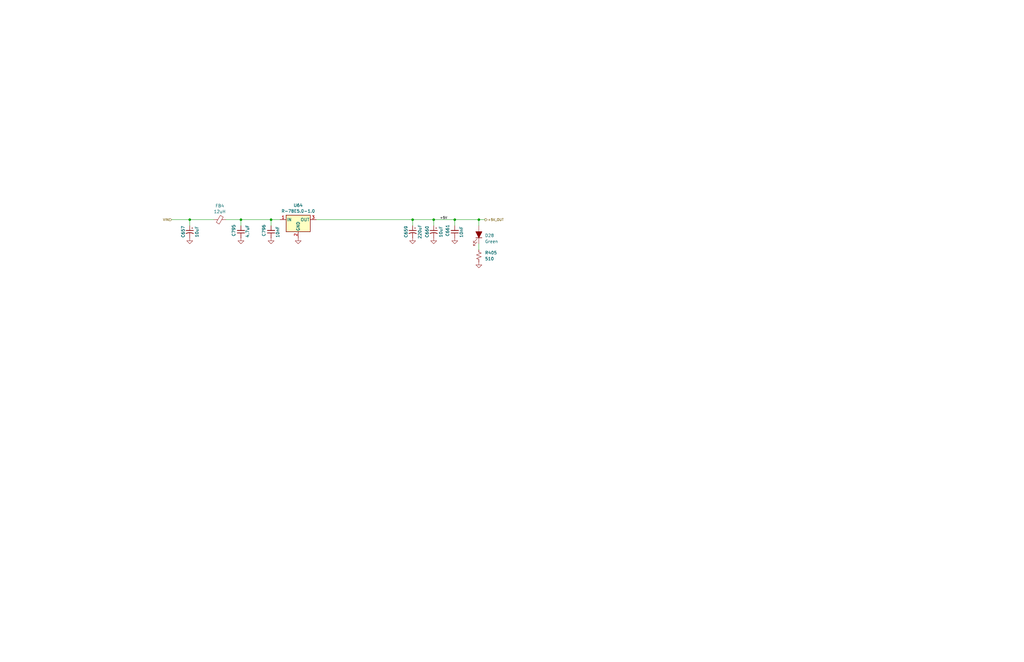
<source format=kicad_sch>
(kicad_sch (version 20250114) (generator "eeschema") (generator_version "9.0")
  (paper "B")
  (lib_symbols
    (symbol "Device:C_Polarized_Small_US" (pin_numbers (hide yes)) (pin_names (offset 0.254) (hide yes))
      (property "Reference" "C" (at 0.254 1.778 0))
      (property "Value" "C_Polarized_Small_US" (at 0.254 -2.032 0))
      (symbol "C_Polarized_Small_US_0_1"
        (polyline (pts (xy -1.524 0.508) (xy 1.524 0.508)) (stroke (width 0.3048)))
        (polyline (pts (xy -1.27 1.524) (xy -0.762 1.524)))
        (polyline (pts (xy -1.016 1.27) (xy -1.016 1.778)))
        (arc (start -1.524 -0.762) (mid 0 -0.3734) (end 1.524 -0.762) (stroke (width 0.3048)))
      )
      (symbol "C_Polarized_Small_US_1_1"
        (pin passive line (at 0 2.54 270) (length 2.032) (name "~") (number "1"))
        (pin passive line (at 0 -2.54 90) (length 2.032) (name "~") (number "2"))
      )
    )
    (symbol "Device:C_Small" (pin_numbers (hide yes)) (pin_names (offset 0.254) (hide yes))
      (property "Reference" "C" (at 0.254 1.778 0))
      (property "Value" "C_Small" (at 0.254 -2.032 0))
      (symbol "C_Small_0_1"
        (polyline (pts (xy -1.524 0.508) (xy 1.524 0.508)) (stroke (width 0.3048)))
        (polyline (pts (xy -1.524 -0.508) (xy 1.524 -0.508)) (stroke (width 0.3302)))
      )
      (symbol "C_Small_1_1"
        (pin passive line (at 0 2.54 270) (length 2.032) (name "~") (number "1"))
        (pin passive line (at 0 -2.54 90) (length 2.032) (name "~") (number "2"))
      )
    )
    (symbol "Device:FerriteBead_Small" (pin_numbers (hide yes)) (pin_names (offset 0))
      (property "Reference" "FB" (at 1.905 1.27 0))
      (property "Value" "FerriteBead_Small" (at 1.905 -1.27 0))
      (symbol "FerriteBead_Small_0_1"
        (polyline (pts (xy -1.8288 0.2794) (xy -1.1176 1.4986) (xy 1.8288 -0.2032) (xy 1.1176 -1.4224) (xy -1.8288 0.2794)))
        (polyline (pts (xy 0 0.889) (xy 0 1.2954)))
        (polyline (pts (xy 0 -1.27) (xy 0 -0.7874)))
      )
      (symbol "FerriteBead_Small_1_1"
        (pin passive line (at 0 2.54 270) (length 1.27) (name "~") (number "1"))
        (pin passive line (at 0 -2.54 90) (length 1.27) (name "~") (number "2"))
      )
    )
    (symbol "Device:LED_Filled" (pin_numbers (hide yes)) (pin_names (offset 1.016) (hide yes))
      (property "Reference" "D" (at 0 2.54 0))
      (property "Value" "LED_Filled" (at 0 -2.54 0))
      (symbol "LED_Filled_0_1"
        (polyline (pts (xy -3.048 -0.762) (xy -4.572 -2.286) (xy -3.81 -2.286) (xy -4.572 -2.286) (xy -4.572 -1.524)))
        (polyline (pts (xy -1.778 -0.762) (xy -3.302 -2.286) (xy -2.54 -2.286) (xy -3.302 -2.286) (xy -3.302 -1.524)))
        (polyline (pts (xy -1.27 0) (xy 1.27 0)))
        (polyline (pts (xy -1.27 -1.27) (xy -1.27 1.27)) (stroke (width 0.254)))
        (polyline (pts (xy 1.27 -1.27) (xy 1.27 1.27) (xy -1.27 0) (xy 1.27 -1.27)) (stroke (width 0.254)) (fill (type outline)))
      )
      (symbol "LED_Filled_1_1"
        (pin passive line (at -3.81 0 0) (length 2.54) (name "K") (number "1"))
        (pin passive line (at 3.81 0 180) (length 2.54) (name "A") (number "2"))
      )
    )
    (symbol "Device:R_Small_US" (pin_numbers (hide yes)) (pin_names (offset 0.254) (hide yes))
      (property "Reference" "R" (at 0.762 0.508 0))
      (property "Value" "R_Small_US" (at 0.762 -1.016 0))
      (symbol "R_Small_US_1_1"
        (polyline (pts (xy 0 1.524) (xy 1.016 1.143) (xy 0 0.762) (xy -1.016 0.381) (xy 0 0)))
        (polyline (pts (xy 0 0) (xy 1.016 -0.381) (xy 0 -0.762) (xy -1.016 -1.143) (xy 0 -1.524)))
        (pin passive line (at 0 2.54 270) (length 1.016) (name "~") (number "1"))
        (pin passive line (at 0 -2.54 90) (length 1.016) (name "~") (number "2"))
      )
    )
    (symbol "Regulator_Switching:R-78E5.0-1.0" (pin_names (offset 0.254))
      (property "Reference" "U" (at -3.81 3.175 0))
      (property "Value" "R-78E5.0-1.0" (at 0 3.175 0))
      (symbol "R-78E5.0-1.0_0_1"
        (rectangle (start -5.08 1.905) (end 5.08 -5.08) (stroke (width 0.254)) (fill (type background)))
      )
      (symbol "R-78E5.0-1.0_1_1"
        (pin power_in line (at -7.62 0 0) (length 2.54) (name "IN") (number "1"))
        (pin power_in line (at 0 -7.62 90) (length 2.54) (name "GND") (number "2"))
        (pin power_out line (at 7.62 0 180) (length 2.54) (name "OUT") (number "3"))
      )
    )
    (symbol "power:GND" (power) (pin_numbers (hide yes)) (pin_names (offset 0) (hide yes))
      (property "Value" "GND" (at 0 -3.81 0))
      (symbol "GND_0_1"
        (polyline (pts (xy 0 0) (xy 0 -1.27) (xy 1.27 -1.27) (xy 0 -2.54) (xy -1.27 -1.27) (xy 0 -1.27)))
      )
      (symbol "GND_1_1"
        (pin power_in line (at 0 0 270) (length 0) (name "~") (number "1"))
      )
    )
  )
  (junction (at 80.01 92.71))
  (junction (at 101.6 92.71))
  (junction (at 114.3 92.71))
  (junction (at 173.99 92.71))
  (junction (at 182.88 92.71))
  (junction (at 191.77 92.71))
  (junction (at 201.93 92.71))
  (wire (pts (xy 133.35 92.71) (xy 173.99 92.71)))
  (wire (pts (xy 201.93 92.71) (xy 204.47 92.71)))
  (wire (pts (xy 182.88 92.71) (xy 191.77 92.71)))
  (wire (pts (xy 173.99 92.71) (xy 173.99 95.25)))
  (wire (pts (xy 114.3 92.71) (xy 114.3 95.25)))
  (wire (pts (xy 72.39 92.71) (xy 80.01 92.71)))
  (wire (pts (xy 201.93 95.25) (xy 201.93 92.71)))
  (wire (pts (xy 114.3 92.71) (xy 118.11 92.71)))
  (wire (pts (xy 201.93 102.87) (xy 201.93 105.41)))
  (wire (pts (xy 101.6 92.71) (xy 114.3 92.71)))
  (wire (pts (xy 182.88 92.71) (xy 182.88 95.25)))
  (wire (pts (xy 80.01 92.71) (xy 80.01 95.25)))
  (wire (pts (xy 173.99 92.71) (xy 182.88 92.71)))
  (wire (pts (xy 101.6 92.71) (xy 101.6 95.25)))
  (wire (pts (xy 191.77 95.25) (xy 191.77 92.71)))
  (wire (pts (xy 95.25 92.71) (xy 101.6 92.71)))
  (wire (pts (xy 191.77 92.71) (xy 201.93 92.71)))
  (wire (pts (xy 80.01 92.71) (xy 90.17 92.71)))
  (label "+5V" (at 185.42 92.71 0) (effects (font (size 1 1))))
  (hierarchical_label "VIN" (shape input) (at 72.39 92.71 180) (effects (font (size 1 1))))
  (hierarchical_label "+5V_OUT" (shape output) (at 204.47 92.71 0) (effects (font (size 1 1))))
  (symbol (lib_id "Device:C_Polarized_Small_US") (at 182.88 97.79 0) (mirror y) (unit 1)
    (property "Reference" "C660" (at 180.086 97.79 90))
    (property "Value" "10uF" (at 185.928 97.79 90))
    (property "Description" "Polarized capacitor, small US symbol" (effects (hide yes)))
  )
  (symbol (lib_id "power:GND") (at 201.93 110.49 0) (unit 1)
    (property "Reference" "#PWR0824" (effects (hide yes)))
    (property "Value" "GND" (effects (hide yes)))
    (property "Description" "Power symbol creates a global label with name \"GND\" , ground" (effects (hide yes)))
  )
  (symbol (lib_id "Device:LED_Filled") (at 201.93 99.06 270) (mirror x) (unit 1)
    (property "Reference" "D28" (at 204.47 99.3774 90) (effects (justify left)))
    (property "Value" "Green" (at 204.47 101.9174 90) (effects (justify left)))
    (property "Footprint" "LED_THT:LED_D5.0mm" (effects (hide yes)))
    (property "Description" "Light emitting diode, filled shape" (effects (hide yes)))
    (property "DigiKey Part Number" "732-5016-ND" (effects (hide yes)))
  )
  (symbol (lib_id "Device:C_Polarized_Small_US") (at 80.01 97.79 0) (mirror y) (unit 1)
    (property "Reference" "C657" (at 77.216 97.79 90))
    (property "Value" "10uF" (at 83.058 97.79 90))
    (property "Description" "Polarized capacitor, small US symbol" (effects (hide yes)))
  )
  (symbol (lib_id "power:GND") (at 114.3 100.33 0) (unit 1)
    (property "Reference" "#PWR0951" (effects (hide yes)))
    (property "Value" "GND" (effects (hide yes)))
    (property "Description" "Power symbol creates a global label with name \"GND\" , ground" (effects (hide yes)))
  )
  (symbol (lib_id "Device:C_Polarized_Small_US") (at 173.99 97.79 0) (mirror y) (unit 1)
    (property "Reference" "C659" (at 171.196 97.79 90))
    (property "Value" "220uF" (at 177.038 97.79 90))
    (property "Description" "Polarized capacitor, small US symbol" (effects (hide yes)))
  )
  (symbol (lib_id "power:GND") (at 191.77 100.33 0) (unit 1)
    (property "Reference" "#PWR0823" (effects (hide yes)))
    (property "Value" "GND" (effects (hide yes)))
    (property "Description" "Power symbol creates a global label with name \"GND\" , ground" (effects (hide yes)))
  )
  (symbol (lib_id "power:GND") (at 182.88 100.33 0) (unit 1)
    (property "Reference" "#PWR0822" (effects (hide yes)))
    (property "Value" "GND" (effects (hide yes)))
    (property "Description" "Power symbol creates a global label with name \"GND\" , ground" (effects (hide yes)))
  )
  (symbol (lib_id "power:GND") (at 101.6 100.33 0) (unit 1)
    (property "Reference" "#PWR0950" (effects (hide yes)))
    (property "Value" "GND" (effects (hide yes)))
    (property "Description" "Power symbol creates a global label with name \"GND\" , ground" (effects (hide yes)))
  )
  (symbol (lib_id "power:GND") (at 80.01 100.33 0) (unit 1)
    (property "Reference" "#PWR0949" (effects (hide yes)))
    (property "Value" "GND" (effects (hide yes)))
    (property "Description" "Power symbol creates a global label with name \"GND\" , ground" (effects (hide yes)))
  )
  (symbol (lib_id "Device:FerriteBead_Small") (at 92.71 92.71 90) (unit 1)
    (property "Reference" "FB4" (at 92.6719 86.8637 90))
    (property "Value" "12uH" (at 92.6719 89.288 90))
    (property "Description" "Ferrite bead, small symbol" (effects (hide yes)))
  )
  (symbol (lib_id "power:GND") (at 173.99 100.33 0) (unit 1)
    (property "Reference" "#PWR0821" (effects (hide yes)))
    (property "Value" "GND" (effects (hide yes)))
    (property "Description" "Power symbol creates a global label with name \"GND\" , ground" (effects (hide yes)))
  )
  (symbol (lib_id "power:GND") (at 125.73 100.33 0) (unit 1)
    (property "Reference" "#PWR0948" (effects (hide yes)))
    (property "Value" "GND" (effects (hide yes)))
    (property "Description" "Power symbol creates a global label with name \"GND\" , ground" (effects (hide yes)))
  )
  (symbol (lib_id "Device:R_Small_US") (at 201.93 107.95 180) (unit 1)
    (property "Reference" "R405" (at 204.47 106.6799 0) (effects (justify right)))
    (property "Value" "510" (at 204.47 109.2199 0) (effects (justify right)))
    (property "Footprint" "Resistor_SMD:R_0603_1608Metric_Pad0.98x0.95mm_HandSolder" (effects (hide yes)))
    (property "Description" "Resistor, small US symbol" (effects (hide yes)))
    (property "DigiKey Part Number" "311-510HRCT-ND" (effects (hide yes)))
  )
  (symbol (lib_id "Device:C_Small") (at 114.3 97.79 180) (unit 1)
    (property "Reference" "C796" (at 111.252 99.822 90) (effects (justify right)))
    (property "Value" "10nF" (at 117.094 100.33 90) (effects (justify right)))
    (property "Description" "Unpolarized capacitor, small symbol" (effects (hide yes)))
  )
  (symbol (lib_id "Device:C_Small") (at 101.6 97.79 180) (unit 1)
    (property "Reference" "C795" (at 98.552 99.822 90) (effects (justify right)))
    (property "Value" "4.7uF" (at 104.394 100.33 90) (effects (justify right)))
    (property "Description" "Unpolarized capacitor, small symbol" (effects (hide yes)))
  )
  (symbol (lib_id "Device:C_Small") (at 191.77 97.79 180) (unit 1)
    (property "Reference" "C661" (at 188.722 99.822 90) (effects (justify right)))
    (property "Value" "10nF" (at 194.564 100.33 90) (effects (justify right)))
    (property "Description" "Unpolarized capacitor, small symbol" (effects (hide yes)))
  )
  (symbol (lib_id "Regulator_Switching:R-78E5.0-1.0") (at 125.73 92.71 0) (unit 1)
    (property "Reference" "U64" (at 125.73 86.6605 0))
    (property "Value" "R-78E5.0-1.0" (at 125.73 89.0848 0))
    (property "Footprint" "Converter_DCDC:Converter_DCDC_RECOM_R-78E-0.5_THT" (effects (hide yes)))
    (property "Datasheet" "https://www.recom-power.com/pdf/Innoline/R-78Exx-1.0.pdf" (effects (hide yes)))
    (property "Description" "1A Step-Down DC/DC-Regulator, 7-28V input, 5V fixed Output Voltage, LM78xx replacement, -40°C to +85°C, SIP3" (effects (hide yes)))
  )
)
</source>
